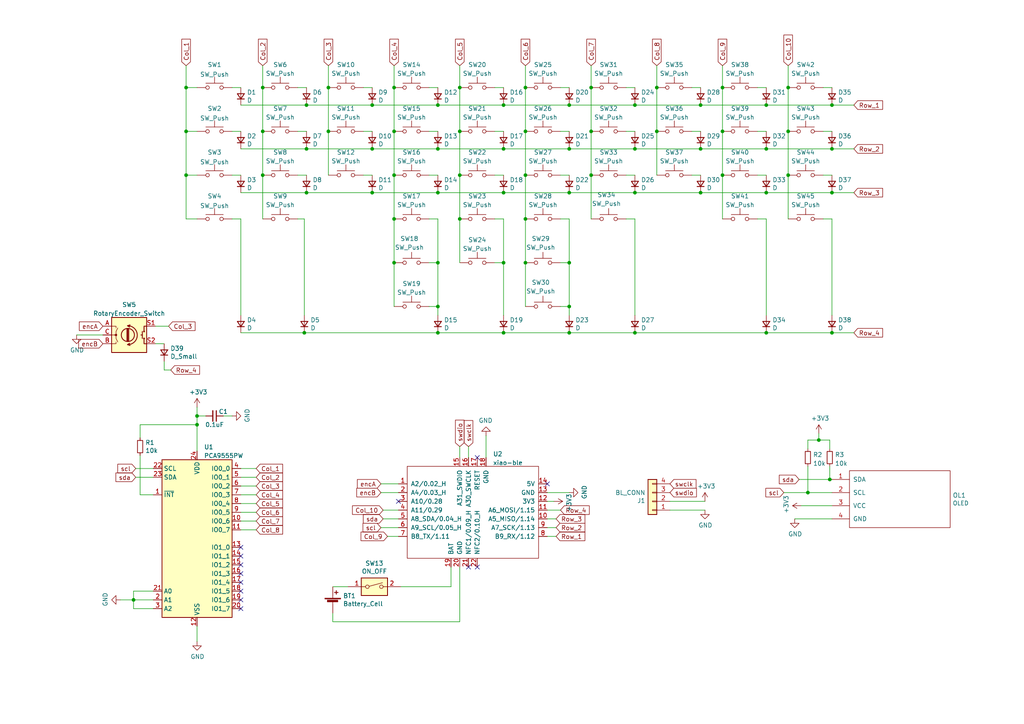
<source format=kicad_sch>
(kicad_sch (version 20211123) (generator eeschema)
  (paper "A4")
  (lib_symbols
    (symbol "Connector_Generic:Conn_01x04" (pin_names (offset 1.016) hide)
      (property "Reference" "J" (at 0 5.08 0))
      (property "Value" "Conn_01x04" (at 0 -7.62 0))
      (symbol "Conn_01x04_1_1"
        (pin passive line (at -5.08 2.54 0) (length 3.81) (name "Pin_1") (number "1"))
        (pin passive line (at -5.08 0 0) (length 3.81) (name "Pin_2") (number "2"))
        (pin passive line (at -5.08 -2.54 0) (length 3.81) (name "Pin_3") (number "3"))
        (pin passive line (at -5.08 -5.08 0) (length 3.81) (name "Pin_4") (number "4"))
      )
    )
    (symbol "Device:Battery_Cell" (pin_numbers hide) (pin_names (offset 0) hide)
      (property "Reference" "BT" (at 2.54 2.54 0))
      (property "Value" "Battery_Cell" (at 2.54 0 0))
      (symbol "Battery_Cell_1_1"
        (pin passive line (at 0 5.08 270) (length 2.54) (name "+") (number "1"))
        (pin passive line (at 0 -2.54 90) (length 2.54) (name "-") (number "2"))
      )
    )
    (symbol "Device:C_Small" (pin_numbers hide) (pin_names (offset 0.254) hide)
      (property "Reference" "C" (at 0.254 1.778 0))
      (property "Value" "C_Small" (at 0.254 -2.032 0))
      (symbol "C_Small_1_1"
        (pin passive line (at 0 2.54 270) (length 2.032) (name "~") (number "1"))
        (pin passive line (at 0 -2.54 90) (length 2.032) (name "~") (number "2"))
      )
    )
    (symbol "Device:D_Small" (pin_numbers hide) (pin_names (offset 0.254) hide)
      (property "Reference" "D" (at -1.27 2.032 0))
      (property "Value" "D_Small" (at -3.81 -2.032 0))
      (symbol "D_Small_1_1"
        (pin passive line (at -2.54 0 0) (length 1.778) (name "K") (number "1"))
        (pin passive line (at 2.54 0 180) (length 1.778) (name "A") (number "2"))
      )
    )
    (symbol "Device:R_Small" (pin_numbers hide) (pin_names (offset 0.254) hide)
      (property "Reference" "R" (at 0.762 0.508 0))
      (property "Value" "R_Small" (at 0.762 -1.016 0))
      (symbol "R_Small_1_1"
        (pin passive line (at 0 2.54 270) (length 0.762) (name "~") (number "1"))
        (pin passive line (at 0 -2.54 90) (length 0.762) (name "~") (number "2"))
      )
    )
    (symbol "Device:RotaryEncoder_Switch" (pin_names (offset 0.254) hide)
      (property "Reference" "SW" (at 0 6.604 0))
      (property "Value" "RotaryEncoder_Switch" (at 0 -6.604 0))
      (symbol "RotaryEncoder_Switch_1_1"
        (pin passive line (at -7.62 2.54 0) (length 2.54) (name "A") (number "A"))
        (pin passive line (at -7.62 -2.54 0) (length 2.54) (name "B") (number "B"))
        (pin passive line (at -7.62 0 0) (length 2.54) (name "C") (number "C"))
        (pin passive line (at 7.62 2.54 180) (length 2.54) (name "S1") (number "S1"))
        (pin passive line (at 7.62 -2.54 180) (length 2.54) (name "S2") (number "S2"))
      )
    )
    (symbol "Interface_Expansion:PCA9555PW"
      (property "Reference" "U" (at -8.89 24.13 0))
      (property "Value" "PCA9555PW" (at 6.35 24.13 0))
      (symbol "PCA9555PW_1_1"
        (pin open_collector line (at -12.7 12.7 0) (length 2.54) (name "~{INT}") (number "1"))
        (pin bidirectional line (at 12.7 5.08 180) (length 2.54) (name "IO0_6") (number "10"))
        (pin bidirectional line (at 12.7 2.54 180) (length 2.54) (name "IO0_7") (number "11"))
        (pin power_in line (at 0 -25.4 90) (length 2.54) (name "VSS") (number "12"))
        (pin bidirectional line (at 12.7 -2.54 180) (length 2.54) (name "IO1_0") (number "13"))
        (pin bidirectional line (at 12.7 -5.08 180) (length 2.54) (name "IO1_1") (number "14"))
        (pin bidirectional line (at 12.7 -7.62 180) (length 2.54) (name "IO1_2") (number "15"))
        (pin bidirectional line (at 12.7 -10.16 180) (length 2.54) (name "IO1_3") (number "16"))
        (pin bidirectional line (at 12.7 -12.7 180) (length 2.54) (name "IO1_4") (number "17"))
        (pin bidirectional line (at 12.7 -15.24 180) (length 2.54) (name "IO1_5") (number "18"))
        (pin bidirectional line (at 12.7 -17.78 180) (length 2.54) (name "IO1_6") (number "19"))
        (pin input line (at -12.7 -17.78 0) (length 2.54) (name "A1") (number "2"))
        (pin bidirectional line (at 12.7 -20.32 180) (length 2.54) (name "IO1_7") (number "20"))
        (pin input line (at -12.7 -15.24 0) (length 2.54) (name "A0") (number "21"))
        (pin input line (at -12.7 20.32 0) (length 2.54) (name "SCL") (number "22"))
        (pin bidirectional line (at -12.7 17.78 0) (length 2.54) (name "SDA") (number "23"))
        (pin power_in line (at 0 25.4 270) (length 2.54) (name "VDD") (number "24"))
        (pin input line (at -12.7 -20.32 0) (length 2.54) (name "A2") (number "3"))
        (pin bidirectional line (at 12.7 20.32 180) (length 2.54) (name "IO0_0") (number "4"))
        (pin bidirectional line (at 12.7 17.78 180) (length 2.54) (name "IO0_1") (number "5"))
        (pin bidirectional line (at 12.7 15.24 180) (length 2.54) (name "IO0_2") (number "6"))
        (pin bidirectional line (at 12.7 12.7 180) (length 2.54) (name "IO0_3") (number "7"))
        (pin bidirectional line (at 12.7 10.16 180) (length 2.54) (name "IO0_4") (number "8"))
        (pin bidirectional line (at 12.7 7.62 180) (length 2.54) (name "IO0_5") (number "9"))
      )
    )
    (symbol "Switch:SW_DIP_x01" (pin_names (offset 0) hide)
      (property "Reference" "SW" (at 0 3.81 0))
      (property "Value" "SW_DIP_x01" (at 0 -3.81 0))
      (symbol "SW_DIP_x01_1_1"
        (pin passive line (at -7.62 0 0) (length 5.08) (name "~") (number "1"))
        (pin passive line (at 7.62 0 180) (length 5.08) (name "~") (number "2"))
      )
    )
    (symbol "Switch:SW_Push" (pin_numbers hide) (pin_names (offset 1.016) hide)
      (property "Reference" "SW" (at 1.27 2.54 0))
      (property "Value" "SW_Push" (at 0 -1.524 0))
      (symbol "SW_Push_0_1"
        (pin passive line (at -5.08 0 0) (length 2.54) (name "1") (number "1"))
        (pin passive line (at 5.08 0 180) (length 2.54) (name "2") (number "2"))
      )
    )
    (symbol "le_chiff_ble-rescue:OLED-kbd" (pin_names (offset 1.016))
      (property "Reference" "OL" (at 0 2.54 0))
      (property "Value" "OLED-kbd" (at 0 -1.27 0))
      (symbol "OLED-kbd_1_1"
        (pin bidirectional line (at -19.05 6.35 0) (length 5.08) (name "SDA") (number "1"))
        (pin bidirectional line (at -19.05 2.54 0) (length 5.08) (name "SCL") (number "2"))
        (pin power_in line (at -19.05 -1.27 0) (length 5.08) (name "VCC") (number "3"))
        (pin power_in line (at -19.05 -5.08 0) (length 5.08) (name "GND") (number "4"))
      )
    )
    (symbol "mcu:xiao-ble" (pin_names (offset 1.016))
      (property "Reference" "U" (at -17.78 16.51 0))
      (property "Value" "xiao-ble" (at -15.24 13.97 0))
      (symbol "xiao-ble_1_1"
        (pin bidirectional line (at -21.59 7.62 0) (length 2.54) (name "A2/0.02_H") (number "1"))
        (pin bidirectional line (at 21.59 -2.54 180) (length 2.54) (name "A5_MISO/1.14") (number "10"))
        (pin bidirectional line (at 21.59 0 180) (length 2.54) (name "A6_MOSI/1.15") (number "11"))
        (pin power_out line (at 21.59 2.54 180) (length 2.54) (name "3V3") (number "12"))
        (pin power_out line (at 21.59 5.08 180) (length 2.54) (name "GND") (number "13"))
        (pin power_out line (at 21.59 7.62 180) (length 2.54) (name "5V") (number "14"))
        (pin input line (at -3.81 15.24 270) (length 2.54) (name "A31_SWDIO") (number "15"))
        (pin input line (at -1.27 15.24 270) (length 2.54) (name "A30_SWCLK") (number "16"))
        (pin input line (at 1.27 15.24 270) (length 2.54) (name "RESET") (number "17"))
        (pin power_out line (at 3.81 15.24 270) (length 2.54) (name "GND") (number "18"))
        (pin bidirectional line (at -6.35 -16.51 90) (length 2.54) (name "BAT") (number "19"))
        (pin bidirectional line (at -21.59 5.08 0) (length 2.54) (name "A4/0.03_H") (number "2"))
        (pin power_out line (at -3.81 -16.51 90) (length 2.54) (name "GND") (number "20"))
        (pin bidirectional line (at -1.27 -16.51 90) (length 2.54) (name "NFC1/0.09_H") (number "21"))
        (pin bidirectional line (at 1.27 -16.51 90) (length 2.54) (name "NFC2/0.10_H") (number "22"))
        (pin bidirectional line (at -21.59 2.54 0) (length 2.54) (name "A10/0.28") (number "3"))
        (pin bidirectional line (at -21.59 0 0) (length 2.54) (name "A11/0.29") (number "4"))
        (pin bidirectional line (at -21.59 -2.54 0) (length 2.54) (name "A8_SDA/0.04_H") (number "5"))
        (pin bidirectional line (at -21.59 -5.08 0) (length 2.54) (name "A9_SCL/0.05_H") (number "6"))
        (pin bidirectional line (at -21.59 -7.62 0) (length 2.54) (name "B8_TX/1.11") (number "7"))
        (pin bidirectional line (at 21.59 -7.62 180) (length 2.54) (name "B9_RX/1.12") (number "8"))
        (pin bidirectional line (at 21.59 -5.08 180) (length 2.54) (name "A7_SCK/1.13") (number "9"))
      )
    )
    (symbol "power:+3V3" (power) (pin_names (offset 0))
      (property "Value" "+3V3" (at 0 3.556 0))
      (symbol "+3V3_1_1"
        (pin power_in line (at 0 0 90) (length 0) hide (name "+3V3") (number "1"))
      )
    )
    (symbol "power:GND" (power) (pin_names (offset 0))
      (property "Value" "GND" (at 0 -3.81 0))
      (symbol "GND_1_1"
        (pin power_in line (at 0 0 270) (length 0) hide (name "GND") (number "1"))
      )
    )
  )
  (junction (at 127 96.52))
  (junction (at 234.315 142.875))
  (junction (at 127 30.48))
  (junction (at 171.45 50.8))
  (junction (at 146.05 76.2))
  (junction (at 184.15 96.52))
  (junction (at 76.2 50.8))
  (junction (at 171.45 25.4))
  (junction (at 114.3 50.8))
  (junction (at 88.265 96.52))
  (junction (at 38.735 173.99))
  (junction (at 152.4 38.1))
  (junction (at 133.35 63.5))
  (junction (at 146.05 43.18))
  (junction (at 152.4 63.5))
  (junction (at 222.25 55.88))
  (junction (at 203.2 30.48))
  (junction (at 127 43.18))
  (junction (at 146.05 96.52))
  (junction (at 165.1 30.48))
  (junction (at 171.45 38.1))
  (junction (at 165.1 96.52))
  (junction (at 152.4 76.2))
  (junction (at 241.3 43.18))
  (junction (at 241.3 96.52))
  (junction (at 133.35 50.8))
  (junction (at 222.25 96.52))
  (junction (at 209.55 50.8))
  (junction (at 165.1 43.18))
  (junction (at 114.3 38.1))
  (junction (at 88.9 55.88))
  (junction (at 165.1 55.88))
  (junction (at 133.35 25.4))
  (junction (at 88.9 30.48))
  (junction (at 76.2 25.4))
  (junction (at 240.665 139.065))
  (junction (at 203.2 55.88))
  (junction (at 127 55.88))
  (junction (at 127 88.9))
  (junction (at 152.4 50.8))
  (junction (at 76.2 38.1))
  (junction (at 209.55 25.4))
  (junction (at 241.3 30.48))
  (junction (at 57.15 123.19))
  (junction (at 107.95 30.48))
  (junction (at 107.95 43.18))
  (junction (at 184.15 55.88))
  (junction (at 241.3 55.88))
  (junction (at 228.6 38.1))
  (junction (at 53.975 50.8))
  (junction (at 133.35 38.1))
  (junction (at 190.5 25.4))
  (junction (at 228.6 50.8))
  (junction (at 57.15 120.65))
  (junction (at 88.9 43.18))
  (junction (at 165.1 88.9))
  (junction (at 127 76.2))
  (junction (at 107.95 55.88))
  (junction (at 146.05 30.48))
  (junction (at 203.2 43.18))
  (junction (at 209.55 38.1))
  (junction (at 95.25 38.1))
  (junction (at 114.3 25.4))
  (junction (at 114.3 76.2))
  (junction (at 190.5 38.1))
  (junction (at 222.25 30.48))
  (junction (at 146.05 55.88))
  (junction (at 152.4 25.4))
  (junction (at 165.1 76.2))
  (junction (at 95.25 25.4))
  (junction (at 237.49 127.635))
  (junction (at 53.975 25.4))
  (junction (at 184.15 30.48))
  (junction (at 222.25 43.18))
  (junction (at 228.6 25.4))
  (junction (at 53.975 38.1))
  (junction (at 184.15 43.18))
  (junction (at 114.3 63.5))
  (no_connect (at 158.75 140.335))
  (no_connect (at 69.85 158.75))
  (no_connect (at 69.85 161.29))
  (no_connect (at 69.85 176.53))
  (no_connect (at 69.85 163.83))
  (no_connect (at 69.85 166.37))
  (no_connect (at 69.85 168.91))
  (no_connect (at 69.85 173.99))
  (no_connect (at 69.85 171.45))
  (no_connect (at 138.43 132.715))
  (no_connect (at 135.89 164.465))
  (no_connect (at 138.43 164.465))
  (no_connect (at 115.57 145.415))
  (wire (pts (xy 240.665 139.065) (xy 241.3 139.065)))
  (wire (pts (xy 240.665 135.255) (xy 240.665 139.065)))
  (wire (pts (xy 194.31 145.415) (xy 204.47 145.415)))
  (wire (pts (xy 45.085 94.615) (xy 48.895 94.615)))
  (wire (pts (xy 238.76 50.8) (xy 241.3 50.8)))
  (wire (pts (xy 34.925 173.99) (xy 38.735 173.99)))
  (wire (pts (xy 162.56 147.955) (xy 158.75 147.955)))
  (wire (pts (xy 76.2 25.4) (xy 76.2 38.1)))
  (wire (pts (xy 53.975 50.8) (xy 53.975 63.5)))
  (wire (pts (xy 74.295 151.13) (xy 69.85 151.13)))
  (wire (pts (xy 162.56 63.5) (xy 165.1 63.5)))
  (wire (pts (xy 133.35 25.4) (xy 133.35 38.1)))
  (wire (pts (xy 238.76 38.1) (xy 241.3 38.1)))
  (wire (pts (xy 181.61 63.5) (xy 184.15 63.5)))
  (wire (pts (xy 67.31 25.4) (xy 69.85 25.4)))
  (wire (pts (xy 194.31 147.955) (xy 204.47 147.955)))
  (wire (pts (xy 76.2 50.8) (xy 76.2 63.5)))
  (wire (pts (xy 184.15 96.52) (xy 222.25 96.52)))
  (wire (pts (xy 200.66 50.8) (xy 203.2 50.8)))
  (wire (pts (xy 95.25 25.4) (xy 95.25 38.1)))
  (wire (pts (xy 114.3 38.1) (xy 114.3 50.8)))
  (wire (pts (xy 240.665 127.635) (xy 240.665 130.175)))
  (wire (pts (xy 234.315 135.255) (xy 234.315 142.875)))
  (wire (pts (xy 53.975 38.1) (xy 57.15 38.1)))
  (wire (pts (xy 69.85 96.52) (xy 88.265 96.52)))
  (wire (pts (xy 228.6 25.4) (xy 228.6 38.1)))
  (wire (pts (xy 44.45 143.51) (xy 40.64 143.51)))
  (wire (pts (xy 107.95 30.48) (xy 127 30.48)))
  (wire (pts (xy 140.97 126.365) (xy 140.97 132.715)))
  (wire (pts (xy 22.225 97.155) (xy 29.845 97.155)))
  (wire (pts (xy 116.205 170.18) (xy 130.81 170.18)))
  (wire (pts (xy 74.295 148.59) (xy 69.85 148.59)))
  (wire (pts (xy 67.31 63.5) (xy 69.85 63.5)))
  (wire (pts (xy 165.1 43.18) (xy 184.15 43.18)))
  (wire (pts (xy 76.2 19.05) (xy 76.2 25.4)))
  (wire (pts (xy 190.5 25.4) (xy 190.5 38.1)))
  (wire (pts (xy 181.61 50.8) (xy 184.15 50.8)))
  (wire (pts (xy 53.975 25.4) (xy 57.15 25.4)))
  (wire (pts (xy 86.36 63.5) (xy 88.265 63.5)))
  (wire (pts (xy 152.4 63.5) (xy 152.4 76.2)))
  (wire (pts (xy 57.15 120.65) (xy 57.15 123.19)))
  (wire (pts (xy 88.9 30.48) (xy 107.95 30.48)))
  (wire (pts (xy 133.35 50.8) (xy 133.985 50.8)))
  (wire (pts (xy 219.71 25.4) (xy 222.25 25.4)))
  (wire (pts (xy 57.15 123.19) (xy 57.15 130.81)))
  (wire (pts (xy 124.46 38.1) (xy 127 38.1)))
  (wire (pts (xy 146.05 76.2) (xy 146.05 91.44)))
  (wire (pts (xy 146.05 96.52) (xy 165.1 96.52)))
  (wire (pts (xy 67.31 38.1) (xy 69.85 38.1)))
  (wire (pts (xy 184.15 55.88) (xy 203.2 55.88)))
  (wire (pts (xy 38.735 176.53) (xy 44.45 176.53)))
  (wire (pts (xy 124.46 25.4) (xy 127 25.4)))
  (wire (pts (xy 171.45 50.8) (xy 171.45 63.5)))
  (wire (pts (xy 222.25 63.5) (xy 222.25 91.44)))
  (wire (pts (xy 161.29 153.035) (xy 158.75 153.035)))
  (wire (pts (xy 209.55 50.8) (xy 209.55 63.5)))
  (wire (pts (xy 69.85 63.5) (xy 69.85 91.44)))
  (wire (pts (xy 74.295 135.89) (xy 69.85 135.89)))
  (wire (pts (xy 107.95 55.88) (xy 127 55.88)))
  (wire (pts (xy 107.95 43.18) (xy 127 43.18)))
  (wire (pts (xy 105.41 38.1) (xy 107.95 38.1)))
  (wire (pts (xy 171.45 38.1) (xy 171.45 50.8)))
  (wire (pts (xy 38.735 171.45) (xy 38.735 173.99)))
  (wire (pts (xy 232.41 146.685) (xy 241.3 146.685)))
  (wire (pts (xy 190.5 38.1) (xy 190.5 50.8)))
  (wire (pts (xy 209.55 19.05) (xy 209.55 25.4)))
  (wire (pts (xy 234.315 142.875) (xy 241.3 142.875)))
  (wire (pts (xy 146.05 55.88) (xy 165.1 55.88)))
  (wire (pts (xy 133.35 129.54) (xy 133.35 132.715)))
  (wire (pts (xy 190.5 19.05) (xy 190.5 25.4)))
  (wire (pts (xy 143.51 63.5) (xy 146.05 63.5)))
  (wire (pts (xy 95.25 38.1) (xy 95.25 50.8)))
  (wire (pts (xy 241.3 63.5) (xy 241.3 91.44)))
  (wire (pts (xy 152.4 76.2) (xy 152.4 88.9)))
  (wire (pts (xy 127 88.9) (xy 127 91.44)))
  (wire (pts (xy 184.15 43.18) (xy 203.2 43.18)))
  (wire (pts (xy 237.49 125.73) (xy 237.49 127.635)))
  (wire (pts (xy 114.3 76.2) (xy 114.3 88.9)))
  (wire (pts (xy 127 30.48) (xy 146.05 30.48)))
  (wire (pts (xy 227.33 142.875) (xy 234.315 142.875)))
  (wire (pts (xy 200.66 25.4) (xy 203.2 25.4)))
  (wire (pts (xy 209.55 25.4) (xy 209.55 38.1)))
  (wire (pts (xy 162.56 25.4) (xy 165.1 25.4)))
  (wire (pts (xy 44.45 173.99) (xy 38.735 173.99)))
  (wire (pts (xy 181.61 38.1) (xy 184.15 38.1)))
  (wire (pts (xy 241.3 96.52) (xy 247.65 96.52)))
  (wire (pts (xy 111.125 150.495) (xy 115.57 150.495)))
  (wire (pts (xy 38.735 173.99) (xy 38.735 176.53)))
  (wire (pts (xy 76.2 38.1) (xy 76.2 50.8)))
  (wire (pts (xy 146.05 43.18) (xy 165.1 43.18)))
  (wire (pts (xy 124.46 50.8) (xy 127 50.8)))
  (wire (pts (xy 53.975 38.1) (xy 53.975 50.8)))
  (wire (pts (xy 110.49 142.875) (xy 115.57 142.875)))
  (wire (pts (xy 133.35 19.05) (xy 133.35 25.4)))
  (wire (pts (xy 234.315 127.635) (xy 234.315 130.175)))
  (wire (pts (xy 181.61 25.4) (xy 184.15 25.4)))
  (wire (pts (xy 222.25 96.52) (xy 241.3 96.52)))
  (wire (pts (xy 69.85 55.88) (xy 88.9 55.88)))
  (wire (pts (xy 86.36 50.8) (xy 88.9 50.8)))
  (wire (pts (xy 111.125 147.955) (xy 115.57 147.955)))
  (wire (pts (xy 161.29 155.575) (xy 158.75 155.575)))
  (wire (pts (xy 74.295 143.51) (xy 69.85 143.51)))
  (wire (pts (xy 96.52 180.34) (xy 96.52 177.8)))
  (wire (pts (xy 152.4 50.8) (xy 152.4 63.5)))
  (wire (pts (xy 152.4 19.05) (xy 152.4 25.4)))
  (wire (pts (xy 114.3 50.8) (xy 114.3 63.5)))
  (wire (pts (xy 69.85 43.18) (xy 88.9 43.18)))
  (wire (pts (xy 114.3 25.4) (xy 114.3 38.1)))
  (wire (pts (xy 203.2 55.88) (xy 222.25 55.88)))
  (wire (pts (xy 110.49 153.035) (xy 115.57 153.035)))
  (wire (pts (xy 57.15 118.11) (xy 57.15 120.65)))
  (wire (pts (xy 133.35 63.5) (xy 133.35 76.2)))
  (wire (pts (xy 133.35 50.8) (xy 133.35 63.5)))
  (wire (pts (xy 127 63.5) (xy 127 76.2)))
  (wire (pts (xy 203.2 43.18) (xy 222.25 43.18)))
  (wire (pts (xy 241.3 30.48) (xy 247.65 30.48)))
  (wire (pts (xy 64.77 120.65) (xy 67.31 120.65)))
  (wire (pts (xy 222.25 30.48) (xy 241.3 30.48)))
  (wire (pts (xy 133.35 180.34) (xy 96.52 180.34)))
  (wire (pts (xy 165.1 96.52) (xy 184.15 96.52)))
  (wire (pts (xy 165.1 142.875) (xy 158.75 142.875)))
  (wire (pts (xy 219.71 38.1) (xy 222.25 38.1)))
  (wire (pts (xy 74.295 146.05) (xy 69.85 146.05)))
  (wire (pts (xy 124.46 76.2) (xy 127 76.2)))
  (wire (pts (xy 47.625 104.775) (xy 47.625 107.315)))
  (wire (pts (xy 209.55 38.1) (xy 209.55 50.8)))
  (wire (pts (xy 165.1 55.88) (xy 184.15 55.88)))
  (wire (pts (xy 238.76 63.5) (xy 241.3 63.5)))
  (wire (pts (xy 133.35 38.1) (xy 133.35 50.8)))
  (wire (pts (xy 88.265 96.52) (xy 127 96.52)))
  (wire (pts (xy 88.9 43.18) (xy 107.95 43.18)))
  (wire (pts (xy 127 43.18) (xy 146.05 43.18)))
  (wire (pts (xy 45.085 99.695) (xy 47.625 99.695)))
  (wire (pts (xy 53.975 25.4) (xy 53.975 38.1)))
  (wire (pts (xy 67.31 50.8) (xy 69.85 50.8)))
  (wire (pts (xy 74.295 138.43) (xy 69.85 138.43)))
  (wire (pts (xy 228.6 50.8) (xy 228.6 63.5)))
  (wire (pts (xy 127 96.52) (xy 146.05 96.52)))
  (wire (pts (xy 105.41 50.8) (xy 107.95 50.8)))
  (wire (pts (xy 86.36 25.4) (xy 88.9 25.4)))
  (wire (pts (xy 110.49 140.335) (xy 115.57 140.335)))
  (wire (pts (xy 69.85 30.48) (xy 88.9 30.48)))
  (wire (pts (xy 222.25 43.18) (xy 241.3 43.18)))
  (wire (pts (xy 230.505 150.495) (xy 241.3 150.495)))
  (wire (pts (xy 88.9 55.88) (xy 107.95 55.88)))
  (wire (pts (xy 114.3 63.5) (xy 114.3 76.2)))
  (wire (pts (xy 53.975 63.5) (xy 57.15 63.5)))
  (wire (pts (xy 146.05 30.48) (xy 165.1 30.48)))
  (wire (pts (xy 74.295 153.67) (xy 69.85 153.67)))
  (wire (pts (xy 47.625 107.315) (xy 49.53 107.315)))
  (wire (pts (xy 231.775 139.065) (xy 240.665 139.065)))
  (wire (pts (xy 130.81 170.18) (xy 130.81 164.465)))
  (wire (pts (xy 124.46 88.9) (xy 127 88.9)))
  (wire (pts (xy 152.4 25.4) (xy 152.4 38.1)))
  (wire (pts (xy 160.655 145.415) (xy 158.75 145.415)))
  (wire (pts (xy 88.265 63.5) (xy 88.265 91.44)))
  (wire (pts (xy 162.56 50.8) (xy 165.1 50.8)))
  (wire (pts (xy 112.395 155.575) (xy 115.57 155.575)))
  (wire (pts (xy 59.69 120.65) (xy 57.15 120.65)))
  (wire (pts (xy 86.36 38.1) (xy 88.9 38.1)))
  (wire (pts (xy 219.71 50.8) (xy 222.25 50.8)))
  (wire (pts (xy 228.6 38.1) (xy 228.6 50.8)))
  (wire (pts (xy 237.49 127.635) (xy 234.315 127.635)))
  (wire (pts (xy 222.25 63.5) (xy 219.71 63.5)))
  (wire (pts (xy 171.45 25.4) (xy 171.45 38.1)))
  (wire (pts (xy 203.2 30.48) (xy 222.25 30.48)))
  (wire (pts (xy 143.51 76.2) (xy 146.05 76.2)))
  (wire (pts (xy 241.3 43.18) (xy 247.65 43.18)))
  (wire (pts (xy 165.1 88.9) (xy 165.1 91.44)))
  (wire (pts (xy 162.56 76.2) (xy 165.1 76.2)))
  (wire (pts (xy 124.46 63.5) (xy 127 63.5)))
  (wire (pts (xy 162.56 88.9) (xy 165.1 88.9)))
  (wire (pts (xy 237.49 127.635) (xy 240.665 127.635)))
  (wire (pts (xy 57.15 186.055) (xy 57.15 181.61)))
  (wire (pts (xy 135.89 129.54) (xy 135.89 132.715)))
  (wire (pts (xy 39.37 138.43) (xy 44.45 138.43)))
  (wire (pts (xy 39.37 135.89) (xy 44.45 135.89)))
  (wire (pts (xy 95.25 19.05) (xy 95.25 25.4)))
  (wire (pts (xy 184.15 30.48) (xy 203.2 30.48)))
  (wire (pts (xy 40.64 123.19) (xy 40.64 127)))
  (wire (pts (xy 53.975 19.05) (xy 53.975 25.4)))
  (wire (pts (xy 165.1 76.2) (xy 165.1 88.9)))
  (wire (pts (xy 165.1 30.48) (xy 184.15 30.48)))
  (wire (pts (xy 146.05 63.5) (xy 146.05 76.2)))
  (wire (pts (xy 222.25 55.88) (xy 241.3 55.88)))
  (wire (pts (xy 238.76 25.4) (xy 241.3 25.4)))
  (wire (pts (xy 162.56 38.1) (xy 165.1 38.1)))
  (wire (pts (xy 143.51 38.1) (xy 146.05 38.1)))
  (wire (pts (xy 165.1 63.5) (xy 165.1 76.2)))
  (wire (pts (xy 171.45 19.05) (xy 171.45 25.4)))
  (wire (pts (xy 44.45 171.45) (xy 38.735 171.45)))
  (wire (pts (xy 161.29 150.495) (xy 158.75 150.495)))
  (wire (pts (xy 114.3 19.05) (xy 114.3 25.4)))
  (wire (pts (xy 127 76.2) (xy 127 88.9)))
  (wire (pts (xy 127 55.88) (xy 146.05 55.88)))
  (wire (pts (xy 74.295 140.97) (xy 69.85 140.97)))
  (wire (pts (xy 228.6 19.05) (xy 228.6 25.4)))
  (wire (pts (xy 40.64 123.19) (xy 57.15 123.19)))
  (wire (pts (xy 152.4 38.1) (xy 152.4 50.8)))
  (wire (pts (xy 53.975 50.8) (xy 57.15 50.8)))
  (wire (pts (xy 184.15 63.5) (xy 184.15 91.44)))
  (wire (pts (xy 200.66 38.1) (xy 203.2 38.1)))
  (wire (pts (xy 241.3 55.88) (xy 247.65 55.88)))
  (wire (pts (xy 143.51 50.8) (xy 146.05 50.8)))
  (wire (pts (xy 40.64 143.51) (xy 40.64 132.08)))
  (wire (pts (xy 96.52 170.18) (xy 100.965 170.18)))
  (wire (pts (xy 143.51 25.4) (xy 146.05 25.4)))
  (wire (pts (xy 105.41 25.4) (xy 107.95 25.4)))
  (wire (pts (xy 133.35 164.465) (xy 133.35 180.34)))
  (global_label "Col_9" (shape input) (at 112.395 155.575 180) (property "Intersheet References" "${INTERSHEET_REFS}" (effects hide)))
  (global_label "Row_2" (shape input) (at 161.29 153.035 0) (property "Intersheet References" "${INTERSHEET_REFS}" (effects hide)))
  (global_label "Col_8" (shape input) (at 74.295 153.67 0) (property "Intersheet References" "${INTERSHEET_REFS}" (effects hide)))
  (global_label "Col_3" (shape input) (at 95.25 19.05 90) (property "Intersheet References" "${INTERSHEET_REFS}" (effects hide)))
  (global_label "Col_8" (shape input) (at 190.5 19.05 90) (property "Intersheet References" "${INTERSHEET_REFS}" (effects hide)))
  (global_label "Row_4" (shape input) (at 162.56 147.955 0) (property "Intersheet References" "${INTERSHEET_REFS}" (effects hide)))
  (global_label "Col_3" (shape input) (at 74.295 140.97 0) (property "Intersheet References" "${INTERSHEET_REFS}" (effects hide)))
  (global_label "Col_4" (shape input) (at 74.295 143.51 0) (property "Intersheet References" "${INTERSHEET_REFS}" (effects hide)))
  (global_label "encB" (shape input) (at 110.49 142.875 180) (property "Intersheetrefs" "${INTERSHEET_REFS}" (effects hide)))
  (global_label "Row_1" (shape input) (at 247.65 30.48 0) (property "Intersheet References" "${INTERSHEET_REFS}" (effects hide)))
  (global_label "swclk" (shape input) (at 194.31 140.335 0) (property "Intersheetrefs" "${INTERSHEET_REFS}" (effects hide)))
  (global_label "Col_1" (shape input) (at 53.975 19.05 90) (property "Intersheet References" "${INTERSHEET_REFS}" (effects hide)))
  (global_label "Row_4" (shape input) (at 49.53 107.315 0) (property "Intersheet References" "${INTERSHEET_REFS}" (effects hide)))
  (global_label "scl" (shape input) (at 227.33 142.875 180) (property "Intersheetrefs" "${INTERSHEET_REFS}" (effects hide)))
  (global_label "Col_2" (shape input) (at 74.295 138.43 0) (property "Intersheet References" "${INTERSHEET_REFS}" (effects hide)))
  (global_label "encB" (shape input) (at 29.845 99.695 180) (property "Intersheetrefs" "${INTERSHEET_REFS}" (effects hide)))
  (global_label "Row_2" (shape input) (at 247.65 43.18 0) (property "Intersheet References" "${INTERSHEET_REFS}" (effects hide)))
  (global_label "Col_1" (shape input) (at 74.295 135.89 0) (property "Intersheet References" "${INTERSHEET_REFS}" (effects hide)))
  (global_label "swclk" (shape input) (at 135.89 129.54 90) (property "Intersheetrefs" "${INTERSHEET_REFS}" (effects hide)))
  (global_label "Row_4" (shape input) (at 247.65 96.52 0) (property "Intersheet References" "${INTERSHEET_REFS}" (effects hide)))
  (global_label "Col_6" (shape input) (at 74.295 148.59 0) (property "Intersheet References" "${INTERSHEET_REFS}" (effects hide)))
  (global_label "Col_6" (shape input) (at 152.4 19.05 90) (property "Intersheet References" "${INTERSHEET_REFS}" (effects hide)))
  (global_label "Col_10" (shape input) (at 228.6 19.05 90) (property "Intersheet References" "${INTERSHEET_REFS}" (effects hide)))
  (global_label "Col_4" (shape input) (at 114.3 19.05 90) (property "Intersheet References" "${INTERSHEET_REFS}" (effects hide)))
  (global_label "encA" (shape input) (at 29.845 94.615 180) (property "Intersheetrefs" "${INTERSHEET_REFS}" (effects hide)))
  (global_label "Row_3" (shape input) (at 161.29 150.495 0) (property "Intersheet References" "${INTERSHEET_REFS}" (effects hide)))
  (global_label "Row_3" (shape input) (at 247.65 55.88 0) (property "Intersheet References" "${INTERSHEET_REFS}" (effects hide)))
  (global_label "Col_5" (shape input) (at 74.295 146.05 0) (property "Intersheet References" "${INTERSHEET_REFS}" (effects hide)))
  (global_label "scl" (shape input) (at 39.37 135.89 180) (property "Intersheetrefs" "${INTERSHEET_REFS}" (effects hide)))
  (global_label "swdio" (shape input) (at 194.31 142.875 0) (property "Intersheetrefs" "${INTERSHEET_REFS}" (effects hide)))
  (global_label "encA" (shape input) (at 110.49 140.335 180) (property "Intersheetrefs" "${INTERSHEET_REFS}" (effects hide)))
  (global_label "sda" (shape input) (at 231.775 139.065 180) (property "Intersheetrefs" "${INTERSHEET_REFS}" (effects hide)))
  (global_label "Col_7" (shape input) (at 171.45 19.05 90) (property "Intersheet References" "${INTERSHEET_REFS}" (effects hide)))
  (global_label "Col_7" (shape input) (at 74.295 151.13 0) (property "Intersheet References" "${INTERSHEET_REFS}" (effects hide)))
  (global_label "Row_1" (shape input) (at 161.29 155.575 0) (property "Intersheet References" "${INTERSHEET_REFS}" (effects hide)))
  (global_label "scl" (shape input) (at 110.49 153.035 180) (property "Intersheetrefs" "${INTERSHEET_REFS}" (effects hide)))
  (global_label "Col_9" (shape input) (at 209.55 19.05 90) (property "Intersheet References" "${INTERSHEET_REFS}" (effects hide)))
  (global_label "Col_3" (shape input) (at 48.895 94.615 0) (property "Intersheet References" "${INTERSHEET_REFS}" (effects hide)))
  (global_label "Col_5" (shape input) (at 133.35 19.05 90) (property "Intersheet References" "${INTERSHEET_REFS}" (effects hide)))
  (global_label "sda" (shape input) (at 39.37 138.43 180) (property "Intersheetrefs" "${INTERSHEET_REFS}" (effects hide)))
  (global_label "Col_2" (shape input) (at 76.2 19.05 90) (property "Intersheet References" "${INTERSHEET_REFS}" (effects hide)))
  (global_label "swdio" (shape input) (at 133.35 129.54 90) (property "Intersheetrefs" "${INTERSHEET_REFS}" (effects hide)))
  (global_label "sda" (shape input) (at 111.125 150.495 180) (property "Intersheetrefs" "${INTERSHEET_REFS}" (effects hide)))
  (global_label "Col_10" (shape input) (at 111.125 147.955 180) (property "Intersheet References" "${INTERSHEET_REFS}" (effects hide)))
  (symbol (lib_id "Device:D_Small") (at 107.95 40.64 90) (unit 1)
    (property "Reference" "D10" (at 109.728 39.4716 90) (effects (justify right)))
    (property "Value" "D" (at 109.728 41.783 90) (effects (justify right)))
    (property "Footprint" "weteor:D_SOD-123" (effects hide))
  )
  (symbol (lib_id "Switch:SW_Push") (at 81.28 25.4 0) (unit 1)
    (property "Reference" "SW6" (at 81.28 18.7792 0))
    (property "Value" "SW_Push" (at 81.28 21.3161 0))
    (property "Footprint" "weteor:CherryMX_Hotswap" (effects hide))
  )
  (symbol (lib_id "Device:D_Small") (at 241.3 93.98 90) (unit 1)
    (property "Reference" "D38" (at 243.078 92.8116 90) (effects (justify right)))
    (property "Value" "D" (at 243.078 95.123 90) (effects (justify right)))
    (property "Footprint" "weteor:D_SOD-123" (effects hide))
  )
  (symbol (lib_id "Switch:SW_Push") (at 119.38 50.8 0) (unit 1)
    (property "Reference" "SW16" (at 119.38 44.1792 0))
    (property "Value" "SW_Push" (at 119.38 46.7161 0))
    (property "Footprint" "weteor:CherryMX_Hotswap" (effects hide))
  )
  (symbol (lib_id "Switch:SW_Push") (at 100.33 50.8 0) (unit 1)
    (property "Reference" "SW12" (at 100.33 44.1792 0))
    (property "Value" "SW_Push" (at 100.33 46.7161 0))
    (property "Footprint" "weteor:CherryMX_Hotswap" (effects hide))
  )
  (symbol (lib_id "power:+3V3") (at 232.41 146.685 90) (unit 1)
    (property "Reference" "#PWR011" (effects hide))
    (property "Value" "+3V3" (at 228.0158 146.304 0))
  )
  (symbol (lib_id "Switch:SW_Push") (at 62.23 63.5 0) (unit 1)
    (property "Reference" "SW4" (at 62.23 56.8792 0))
    (property "Value" "SW_Push" (at 62.23 59.69 0))
    (property "Footprint" "weteor:CherryMX_Hotswap" (effects hide))
  )
  (symbol (lib_id "Device:D_Small") (at 165.1 27.94 90) (unit 1)
    (property "Reference" "D20" (at 166.878 26.7716 90) (effects (justify right)))
    (property "Value" "D" (at 166.878 29.083 90) (effects (justify right)))
    (property "Footprint" "weteor:D_SOD-123" (effects hide))
  )
  (symbol (lib_id "Device:D_Small") (at 146.05 93.98 90) (unit 1)
    (property "Reference" "D19" (at 147.828 92.8116 90) (effects (justify right)))
    (property "Value" "D" (at 147.828 95.123 90) (effects (justify right)))
    (property "Footprint" "weteor:D_SOD-123" (effects hide))
  )
  (symbol (lib_id "Device:D_Small") (at 222.25 40.64 90) (unit 1)
    (property "Reference" "D32" (at 224.028 39.4716 90) (effects (justify right)))
    (property "Value" "D" (at 224.028 41.783 90) (effects (justify right)))
    (property "Footprint" "weteor:D_SOD-123" (effects hide))
  )
  (symbol (lib_id "Device:D_Small") (at 203.2 40.64 90) (unit 1)
    (property "Reference" "D29" (at 204.978 39.4716 90) (effects (justify right)))
    (property "Value" "D" (at 204.978 41.783 90) (effects (justify right)))
    (property "Footprint" "weteor:D_SOD-123" (effects hide))
  )
  (symbol (lib_id "Switch:SW_Push") (at 81.28 50.8 0) (unit 1)
    (property "Reference" "SW8" (at 81.28 44.1792 0))
    (property "Value" "SW_Push" (at 81.28 46.7161 0))
    (property "Footprint" "weteor:CherryMX_Hotswap" (effects hide))
  )
  (symbol (lib_id "power:+3V3") (at 237.49 125.73 0) (unit 1)
    (property "Reference" "#PWR012" (effects hide))
    (property "Value" "+3V3" (at 237.871 121.3358 0))
  )
  (symbol (lib_id "Switch:SW_Push") (at 62.23 50.8 0) (unit 1)
    (property "Reference" "SW3" (at 62.23 44.1792 0))
    (property "Value" "SW_Push" (at 62.23 46.99 0))
    (property "Footprint" "weteor:CherryMX_Hotswap" (effects hide))
  )
  (symbol (lib_id "Switch:SW_Push") (at 157.48 50.8 0) (unit 1)
    (property "Reference" "SW27" (at 157.48 44.1792 0))
    (property "Value" "SW_Push" (at 157.48 46.7161 0))
    (property "Footprint" "weteor:CherryMX_Hotswap" (effects hide))
  )
  (symbol (lib_id "power:+3V3") (at 57.15 118.11 0) (unit 1)
    (property "Reference" "#PWR02" (effects hide))
    (property "Value" "+3V3" (at 57.531 113.7158 0))
  )
  (symbol (lib_id "power:+3V3") (at 204.47 145.415 0) (unit 1)
    (property "Reference" "#PWR08" (effects hide))
    (property "Value" "+3V3" (at 204.851 141.0208 0))
  )
  (symbol (lib_id "Device:D_Small") (at 184.15 53.34 90) (unit 1)
    (property "Reference" "D26" (at 185.928 52.1716 90) (effects (justify right)))
    (property "Value" "D" (at 185.928 54.483 90) (effects (justify right)))
    (property "Footprint" "weteor:D_SOD-123" (effects hide))
  )
  (symbol (lib_id "Device:Battery_Cell") (at 96.52 175.26 0) (unit 1)
    (property "Reference" "BT1" (at 99.5172 172.8216 0) (effects (justify left)))
    (property "Value" "Battery_Cell" (at 99.5172 175.133 0) (effects (justify left)))
    (property "Footprint" "Connector_Molex:Molex_PicoBlade_53048-0210_1x02_P1.25mm_Horizontal" (effects hide))
  )
  (symbol (lib_id "Switch:SW_Push") (at 119.38 38.1 0) (unit 1)
    (property "Reference" "SW15" (at 119.38 31.4792 0))
    (property "Value" "SW_Push" (at 119.38 34.0161 0))
    (property "Footprint" "weteor:CherryMX_Hotswap" (effects hide))
  )
  (symbol (lib_id "Switch:SW_Push") (at 138.43 25.4 0) (unit 1)
    (property "Reference" "SW20" (at 138.43 18.7792 0))
    (property "Value" "SW_Push" (at 138.43 21.3161 0))
    (property "Footprint" "weteor:CherryMX_Hotswap" (effects hide))
  )
  (symbol (lib_id "Device:D_Small") (at 241.3 40.64 90) (unit 1)
    (property "Reference" "D36" (at 243.078 39.4716 90) (effects (justify right)))
    (property "Value" "D" (at 243.078 41.783 90) (effects (justify right)))
    (property "Footprint" "weteor:D_SOD-123" (effects hide))
  )
  (symbol (lib_id "Switch:SW_Push") (at 62.23 25.4 0) (unit 1)
    (property "Reference" "SW1" (at 62.23 18.7792 0))
    (property "Value" "SW_Push" (at 62.23 21.59 0))
    (property "Footprint" "weteor:CherryMX_Hotswap" (effects hide))
  )
  (symbol (lib_id "power:GND") (at 22.225 97.155 0) (unit 1)
    (property "Reference" "#PWR013" (effects hide))
    (property "Value" "GND" (at 22.352 101.5492 0))
  )
  (symbol (lib_id "Switch:SW_Push") (at 157.48 88.9 0) (unit 1)
    (property "Reference" "SW30" (at 156.845 81.9181 0))
    (property "Value" "SW_Push" (at 156.845 84.455 0))
    (property "Footprint" "weteor:CherryMX_Hotswap_2.25u_stabs" (effects hide))
  )
  (symbol (lib_id "Device:D_Small") (at 47.625 102.235 90) (unit 1)
    (property "Reference" "D39" (at 49.403 101.0666 90) (effects (justify right)))
    (property "Value" "D_Small" (at 49.403 103.378 90) (effects (justify right)))
    (property "Footprint" "Diode_SMD:D_SOD-123" (effects hide))
  )
  (symbol (lib_id "power:GND") (at 57.15 186.055 0) (unit 1)
    (property "Reference" "#PWR03" (effects hide))
    (property "Value" "GND" (at 57.277 190.4492 0))
  )
  (symbol (lib_id "power:GND") (at 34.925 173.99 270) (mirror x) (unit 1)
    (property "Reference" "#PWR01" (effects hide))
    (property "Value" "GND" (at 30.5308 173.863 0))
  )
  (symbol (lib_id "Switch:SW_Push") (at 119.38 63.5 0) (unit 1)
    (property "Reference" "SW17" (at 119.38 56.8792 0))
    (property "Value" "SW_Push" (at 119.38 59.4161 0))
    (property "Footprint" "weteor:CherryMX_Hotswap" (effects hide))
  )
  (symbol (lib_id "Device:D_Small") (at 88.9 40.64 90) (unit 1)
    (property "Reference" "D7" (at 90.678 39.4716 90) (effects (justify right)))
    (property "Value" "D" (at 90.678 41.783 90) (effects (justify right)))
    (property "Footprint" "weteor:D_SOD-123" (effects hide))
  )
  (symbol (lib_id "Switch:SW_Push") (at 100.33 25.4 0) (unit 1)
    (property "Reference" "SW10" (at 100.33 18.7792 0))
    (property "Value" "SW_Push" (at 100.33 21.3161 0))
    (property "Footprint" "weteor:CherryMX_Hotswap" (effects hide))
  )
  (symbol (lib_id "Switch:SW_Push") (at 138.43 50.8 0) (unit 1)
    (property "Reference" "SW22" (at 138.43 44.1792 0))
    (property "Value" "SW_Push" (at 138.43 46.7161 0))
    (property "Footprint" "weteor:CherryMX_Hotswap" (effects hide))
  )
  (symbol (lib_id "Device:D_Small") (at 88.9 27.94 90) (unit 1)
    (property "Reference" "D6" (at 90.678 26.7716 90) (effects (justify right)))
    (property "Value" "D" (at 90.678 29.083 90) (effects (justify right)))
    (property "Footprint" "weteor:D_SOD-123" (effects hide))
  )
  (symbol (lib_id "Device:R_Small") (at 240.665 132.715 0) (unit 1)
    (property "Reference" "R3" (at 242.1636 131.8803 0) (effects (justify left)))
    (property "Value" "10k" (at 242.1636 134.4172 0) (effects (justify left)))
    (property "Footprint" "Resistor_SMD:R_0805_2012Metric" (effects hide))
  )
  (symbol (lib_id "Switch:SW_Push") (at 214.63 50.8 0) (unit 1)
    (property "Reference" "SW40" (at 214.63 44.1792 0))
    (property "Value" "SW_Push" (at 214.63 46.7161 0))
    (property "Footprint" "weteor:CherryMX_Hotswap" (effects hide))
  )
  (symbol (lib_id "Switch:SW_DIP_x01") (at 108.585 170.18 0) (unit 1)
    (property "Reference" "SW13" (at 108.585 163.3982 0))
    (property "Value" "ON_OFF" (at 108.585 165.7096 0))
    (property "Footprint" "weteor:switch_MSK-12C02_smd" (effects hide))
  )
  (symbol (lib_id "Device:RotaryEncoder_Switch") (at 37.465 97.155 0) (unit 1)
    (property "Reference" "SW5" (at 37.465 88.3752 0))
    (property "Value" "RotaryEncoder_Switch" (at 37.465 90.9121 0))
    (property "Footprint" "Rotary_Encoder:RotaryEncoder_Alps_EC11E-Switch_Vertical_H20mm" (effects hide))
  )
  (symbol (lib_id "Device:D_Small") (at 69.85 93.98 90) (unit 1)
    (property "Reference" "D4" (at 71.628 92.8116 90) (effects (justify right)))
    (property "Value" "D" (at 71.628 95.123 90) (effects (justify right)))
    (property "Footprint" "weteor:D_SOD-123" (effects hide))
  )
  (symbol (lib_id "Switch:SW_Push") (at 195.58 38.1 0) (unit 1)
    (property "Reference" "SW36" (at 195.58 31.4792 0))
    (property "Value" "SW_Push" (at 195.58 34.0161 0))
    (property "Footprint" "weteor:CherryMX_Hotswap" (effects hide))
  )
  (symbol (lib_id "Switch:SW_Push") (at 157.48 76.2 0) (unit 1)
    (property "Reference" "SW29" (at 156.845 69.2181 0))
    (property "Value" "SW_Push" (at 156.845 71.755 0))
    (property "Footprint" "weteor:CherryMX_Hotswap_1.25u" (effects hide))
  )
  (symbol (lib_id "Switch:SW_Push") (at 157.48 63.5 0) (unit 1)
    (property "Reference" "SW28" (at 157.48 56.8792 0))
    (property "Value" "SW_Push" (at 157.48 59.4161 0))
    (property "Footprint" "weteor:CherryMX_Hotswap_1.75u" (effects hide))
  )
  (symbol (lib_id "Switch:SW_Push") (at 119.38 76.2 0) (unit 1)
    (property "Reference" "SW18" (at 118.745 69.2181 0))
    (property "Value" "SW_Push" (at 118.745 71.755 0))
    (property "Footprint" "weteor:CherryMX_Hotswap_1.25u" (effects hide))
  )
  (symbol (lib_id "Device:D_Small") (at 69.85 53.34 90) (unit 1)
    (property "Reference" "D3" (at 71.628 52.1716 90) (effects (justify right)))
    (property "Value" "D" (at 71.628 54.483 90) (effects (justify right)))
    (property "Footprint" "weteor:D_SOD-123" (effects hide))
  )
  (symbol (lib_id "Switch:SW_Push") (at 138.43 76.2 0) (unit 1)
    (property "Reference" "SW24" (at 138.43 69.5792 0))
    (property "Value" "SW_Push" (at 138.43 72.1161 0))
    (property "Footprint" "weteor:CherryMX_Hotswap_3u_stabs" (effects hide))
  )
  (symbol (lib_id "Switch:SW_Push") (at 157.48 38.1 0) (unit 1)
    (property "Reference" "SW26" (at 157.48 31.4792 0))
    (property "Value" "SW_Push" (at 157.48 34.0161 0))
    (property "Footprint" "weteor:CherryMX_Hotswap" (effects hide))
  )
  (symbol (lib_id "Switch:SW_Push") (at 176.53 25.4 0) (unit 1)
    (property "Reference" "SW31" (at 176.53 18.7792 0))
    (property "Value" "SW_Push" (at 176.53 21.3161 0))
    (property "Footprint" "weteor:CherryMX_Hotswap" (effects hide))
  )
  (symbol (lib_id "Switch:SW_Push") (at 157.48 25.4 0) (unit 1)
    (property "Reference" "SW25" (at 157.48 18.7792 0))
    (property "Value" "SW_Push" (at 157.48 21.3161 0))
    (property "Footprint" "weteor:CherryMX_Hotswap" (effects hide))
  )
  (symbol (lib_id "Switch:SW_Push") (at 214.63 25.4 0) (unit 1)
    (property "Reference" "SW38" (at 214.63 18.7792 0))
    (property "Value" "SW_Push" (at 214.63 21.3161 0))
    (property "Footprint" "weteor:CherryMX_Hotswap" (effects hide))
  )
  (symbol (lib_id "Switch:SW_Push") (at 138.43 38.1 0) (unit 1)
    (property "Reference" "SW21" (at 138.43 31.4792 0))
    (property "Value" "SW_Push" (at 138.43 34.0161 0))
    (property "Footprint" "weteor:CherryMX_Hotswap" (effects hide))
  )
  (symbol (lib_id "Device:D_Small") (at 69.85 27.94 90) (unit 1)
    (property "Reference" "D1" (at 71.628 26.7716 90) (effects (justify right)))
    (property "Value" "D" (at 71.628 29.083 90) (effects (justify right)))
    (property "Footprint" "weteor:D_SOD-123" (effects hide))
  )
  (symbol (lib_id "Switch:SW_Push") (at 195.58 25.4 0) (unit 1)
    (property "Reference" "SW35" (at 195.58 18.7792 0))
    (property "Value" "SW_Push" (at 195.58 21.3161 0))
    (property "Footprint" "weteor:CherryMX_Hotswap" (effects hide))
  )
  (symbol (lib_id "Device:D_Small") (at 184.15 40.64 90) (unit 1)
    (property "Reference" "D25" (at 185.928 39.4716 90) (effects (justify right)))
    (property "Value" "D" (at 185.928 41.783 90) (effects (justify right)))
    (property "Footprint" "weteor:D_SOD-123" (effects hide))
  )
  (symbol (lib_id "Switch:SW_Push") (at 233.68 63.5 0) (unit 1)
    (property "Reference" "SW45" (at 233.68 56.8792 0))
    (property "Value" "SW_Push" (at 233.68 59.4161 0))
    (property "Footprint" "weteor:CherryMX_Hotswap" (effects hide))
  )
  (symbol (lib_id "power:GND") (at 165.1 142.875 90) (unit 1)
    (property "Reference" "#PWR07" (effects hide))
    (property "Value" "GND" (at 169.4942 142.748 0))
  )
  (symbol (lib_id "Device:D_Small") (at 184.15 27.94 90) (unit 1)
    (property "Reference" "D24" (at 185.928 26.7716 90) (effects (justify right)))
    (property "Value" "D" (at 185.928 29.083 90) (effects (justify right)))
    (property "Footprint" "weteor:D_SOD-123" (effects hide))
  )
  (symbol (lib_id "Connector_Generic:Conn_01x04") (at 189.23 145.415 180) (unit 1)
    (property "Reference" "J1" (at 187.198 145.2118 0) (effects (justify left)))
    (property "Value" "BL_CONN" (at 187.198 142.9004 0) (effects (justify left)))
    (property "Footprint" "Connector_PinHeader_2.54mm:PinHeader_1x04_P2.54mm_Vertical" (effects hide))
  )
  (symbol (lib_id "Switch:SW_Push") (at 62.23 38.1 0) (unit 1)
    (property "Reference" "SW2" (at 62.23 31.4792 0))
    (property "Value" "SW_Push" (at 62.23 34.29 0))
    (property "Footprint" "weteor:CherryMX_Hotswap" (effects hide))
  )
  (symbol (lib_id "Device:D_Small") (at 241.3 27.94 90) (unit 1)
    (property "Reference" "D35" (at 243.078 26.7716 90) (effects (justify right)))
    (property "Value" "D" (at 243.078 29.083 90) (effects (justify right)))
    (property "Footprint" "weteor:D_SOD-123" (effects hide))
  )
  (symbol (lib_id "Device:D_Small") (at 222.25 53.34 90) (unit 1)
    (property "Reference" "D33" (at 224.028 52.1716 90) (effects (justify right)))
    (property "Value" "D" (at 224.028 54.483 90) (effects (justify right)))
    (property "Footprint" "weteor:D_SOD-123" (effects hide))
  )
  (symbol (lib_id "Device:D_Small") (at 88.9 53.34 90) (unit 1)
    (property "Reference" "D8" (at 90.678 52.1716 90) (effects (justify right)))
    (property "Value" "D" (at 90.678 54.483 90) (effects (justify right)))
    (property "Footprint" "weteor:D_SOD-123" (effects hide))
  )
  (symbol (lib_id "Switch:SW_Push") (at 100.33 38.1 0) (unit 1)
    (property "Reference" "SW11" (at 100.33 31.4792 0))
    (property "Value" "SW_Push" (at 100.33 34.0161 0))
    (property "Footprint" "weteor:CherryMX_Hotswap" (effects hide))
  )
  (symbol (lib_id "Switch:SW_Push") (at 138.43 63.5 0) (unit 1)
    (property "Reference" "SW23" (at 138.43 56.8792 0))
    (property "Value" "SW_Push" (at 138.43 59.4161 0))
    (property "Footprint" "weteor:CherryMX_Hotswap_1.75u" (effects hide))
  )
  (symbol (lib_id "Switch:SW_Push") (at 214.63 38.1 0) (unit 1)
    (property "Reference" "SW39" (at 214.63 31.4792 0))
    (property "Value" "SW_Push" (at 214.63 34.0161 0))
    (property "Footprint" "weteor:CherryMX_Hotswap" (effects hide))
  )
  (symbol (lib_id "Switch:SW_Push") (at 233.68 25.4 0) (unit 1)
    (property "Reference" "SW42" (at 233.68 18.7792 0))
    (property "Value" "SW_Push" (at 233.68 21.3161 0))
    (property "Footprint" "weteor:CherryMX_Hotswap" (effects hide))
  )
  (symbol (lib_id "power:GND") (at 140.97 126.365 180) (unit 1)
    (property "Reference" "#PWR05" (effects hide))
    (property "Value" "GND" (at 140.843 121.9708 0))
  )
  (symbol (lib_id "Switch:SW_Push") (at 176.53 50.8 0) (unit 1)
    (property "Reference" "SW33" (at 176.53 44.1792 0))
    (property "Value" "SW_Push" (at 176.53 46.7161 0))
    (property "Footprint" "weteor:CherryMX_Hotswap" (effects hide))
  )
  (symbol (lib_id "Device:D_Small") (at 127 53.34 90) (unit 1)
    (property "Reference" "D14" (at 128.778 52.1716 90) (effects (justify right)))
    (property "Value" "D" (at 128.778 54.483 90) (effects (justify right)))
    (property "Footprint" "weteor:D_SOD-123" (effects hide))
  )
  (symbol (lib_id "Device:R_Small") (at 40.64 129.54 0) (unit 1)
    (property "Reference" "R1" (at 42.1386 128.3716 0) (effects (justify left)))
    (property "Value" "10k" (at 42.1386 130.683 0) (effects (justify left)))
    (property "Footprint" "Resistor_SMD:R_0805_2012Metric" (effects hide))
  )
  (symbol (lib_id "mcu:xiao-ble") (at 137.16 147.955 0) (unit 1)
    (property "Reference" "U2" (at 142.9894 131.6822 0) (effects (justify left)))
    (property "Value" "xiao-ble" (at 142.9894 134.2191 0) (effects (justify left)))
    (property "Footprint" "mcu:xiao-ble-smd-cutout" (effects hide))
  )
  (symbol (lib_id "Device:D_Small") (at 241.3 53.34 90) (unit 1)
    (property "Reference" "D37" (at 243.078 52.1716 90) (effects (justify right)))
    (property "Value" "D" (at 243.078 54.483 90) (effects (justify right)))
    (property "Footprint" "weteor:D_SOD-123" (effects hide))
  )
  (symbol (lib_id "Interface_Expansion:PCA9555PW") (at 57.15 156.21 0) (unit 1)
    (property "Reference" "U1" (at 59.1694 129.6502 0) (effects (justify left)))
    (property "Value" "PCA9555PW" (at 59.1694 132.1871 0) (effects (justify left)))
    (property "Footprint" "Package_SO:TSSOP-24_4.4x7.8mm_P0.65mm" (effects hide))
    (property "Datasheet" "https://www.nxp.com/docs/en/data-sheet/PCA9555.pdf" (effects hide))
  )
  (symbol (lib_id "Device:R_Small") (at 234.315 132.715 0) (unit 1)
    (property "Reference" "R2" (at 235.8136 131.8803 0) (effects (justify left)))
    (property "Value" "10k" (at 235.8136 134.4172 0) (effects (justify left)))
    (property "Footprint" "Resistor_SMD:R_0805_2012Metric" (effects hide))
  )
  (symbol (lib_id "Switch:SW_Push") (at 176.53 38.1 0) (unit 1)
    (property "Reference" "SW32" (at 176.53 31.4792 0))
    (property "Value" "SW_Push" (at 176.53 34.0161 0))
    (property "Footprint" "weteor:CherryMX_Hotswap" (effects hide))
  )
  (symbol (lib_id "Device:D_Small") (at 107.95 53.34 90) (unit 1)
    (property "Reference" "D11" (at 109.728 52.1716 90) (effects (justify right)))
    (property "Value" "D" (at 109.728 54.483 90) (effects (justify right)))
    (property "Footprint" "weteor:D_SOD-123" (effects hide))
  )
  (symbol (lib_id "Device:C_Small") (at 62.23 120.65 270) (unit 1)
    (property "Reference" "C1" (at 64.77 119.38 90))
    (property "Value" "0.1uF" (at 62.23 123.19 90))
    (property "Footprint" "Capacitor_SMD:C_0805_2012Metric" (effects hide))
  )
  (symbol (lib_id "Device:D_Small") (at 165.1 40.64 90) (unit 1)
    (property "Reference" "D21" (at 166.878 39.4716 90) (effects (justify right)))
    (property "Value" "D" (at 166.878 41.783 90) (effects (justify right)))
    (property "Footprint" "weteor:D_SOD-123" (effects hide))
  )
  (symbol (lib_id "le_chiff_ble-rescue:OLED-kbd") (at 260.35 145.415 0) (unit 1)
    (property "Reference" "OL1" (at 276.3012 143.6624 0) (effects (font (size 1.2954 1.2954)) (justify left)))
    (property "Value" "OLED" (at 276.3012 145.9484 0) (effects (font (size 1.1938 1.1938)) (justify left)))
    (property "Footprint" "weteor:OLED_1side" (effects hide))
  )
  (symbol (lib_id "Device:D_Small") (at 222.25 93.98 90) (unit 1)
    (property "Reference" "D34" (at 224.028 92.8116 90) (effects (justify right)))
    (property "Value" "D" (at 224.028 95.123 90) (effects (justify right)))
    (property "Footprint" "weteor:D_SOD-123" (effects hide))
  )
  (symbol (lib_id "Switch:SW_Push") (at 195.58 50.8 0) (unit 1)
    (property "Reference" "SW37" (at 195.58 44.1792 0))
    (property "Value" "SW_Push" (at 195.58 46.7161 0))
    (property "Footprint" "weteor:CherryMX_Hotswap" (effects hide))
  )
  (symbol (lib_id "Device:D_Small") (at 127 40.64 90) (unit 1)
    (property "Reference" "D13" (at 128.778 39.4716 90) (effects (justify right)))
    (property "Value" "D" (at 128.778 41.783 90) (effects (justify right)))
    (property "Footprint" "weteor:D_SOD-123" (effects hide))
  )
  (symbol (lib_id "Switch:SW_Push") (at 81.28 63.5 0) (unit 1)
    (property "Reference" "SW9" (at 81.28 56.8792 0))
    (property "Value" "SW_Push" (at 81.28 59.4161 0))
    (property "Footprint" "weteor:CherryMX_Hotswap" (effects hide))
  )
  (symbol (lib_id "Device:D_Small") (at 146.05 27.94 90) (unit 1)
    (property "Reference" "D16" (at 147.828 26.7716 90) (effects (justify right)))
    (property "Value" "D" (at 147.828 29.083 90) (effects (justify right)))
    (property "Footprint" "weteor:D_SOD-123" (effects hide))
  )
  (symbol (lib_id "Device:D_Small") (at 165.1 93.98 90) (unit 1)
    (property "Reference" "D23" (at 166.878 92.8116 90) (effects (justify right)))
    (property "Value" "D" (at 166.878 95.123 90) (effects (justify right)))
    (property "Footprint" "weteor:D_SOD-123" (effects hide))
  )
  (symbol (lib_id "power:GND") (at 204.47 147.955 0) (unit 1)
    (property "Reference" "#PWR09" (effects hide))
    (property "Value" "GND" (at 204.597 152.3492 0))
  )
  (symbol (lib_id "Device:D_Small") (at 69.85 40.64 90) (unit 1)
    (property "Reference" "D2" (at 71.628 39.4716 90) (effects (justify right)))
    (property "Value" "D" (at 71.628 41.783 90) (effects (justify right)))
    (property "Footprint" "weteor:D_SOD-123" (effects hide))
  )
  (symbol (lib_id "Device:D_Small") (at 222.25 27.94 90) (unit 1)
    (property "Reference" "D31" (at 224.028 26.7716 90) (effects (justify right)))
    (property "Value" "D" (at 224.028 29.083 90) (effects (justify right)))
    (property "Footprint" "weteor:D_SOD-123" (effects hide))
  )
  (symbol (lib_id "Device:D_Small") (at 146.05 40.64 90) (unit 1)
    (property "Reference" "D17" (at 147.828 39.4716 90) (effects (justify right)))
    (property "Value" "D" (at 147.828 41.783 90) (effects (justify right)))
    (property "Footprint" "weteor:D_SOD-123" (effects hide))
  )
  (symbol (lib_id "Switch:SW_Push") (at 214.63 63.5 0) (unit 1)
    (property "Reference" "SW41" (at 214.63 56.8792 0))
    (property "Value" "SW_Push" (at 214.63 59.4161 0))
    (property "Footprint" "weteor:CherryMX_Hotswap" (effects hide))
  )
  (symbol (lib_id "power:GND") (at 67.31 120.65 90) (unit 1)
    (property "Reference" "#PWR04" (effects hide))
    (property "Value" "GND" (at 71.7042 120.523 0))
  )
  (symbol (lib_id "power:GND") (at 230.505 150.495 0) (unit 1)
    (property "Reference" "#PWR010" (effects hide))
    (property "Value" "GND" (at 230.632 154.8892 0))
  )
  (symbol (lib_id "Device:D_Small") (at 165.1 53.34 90) (unit 1)
    (property "Reference" "D22" (at 166.878 52.1716 90) (effects (justify right)))
    (property "Value" "D" (at 166.878 54.483 90) (effects (justify right)))
    (property "Footprint" "weteor:D_SOD-123" (effects hide))
  )
  (symbol (lib_id "Device:D_Small") (at 107.95 27.94 90) (unit 1)
    (property "Reference" "D9" (at 109.728 26.7716 90) (effects (justify right)))
    (property "Value" "D" (at 109.728 29.083 90) (effects (justify right)))
    (property "Footprint" "weteor:D_SOD-123" (effects hide))
  )
  (symbol (lib_id "Device:D_Small") (at 127 27.94 90) (unit 1)
    (property "Reference" "D12" (at 128.778 26.7716 90) (effects (justify right)))
    (property "Value" "D" (at 128.778 29.083 90) (effects (justify right)))
    (property "Footprint" "weteor:D_SOD-123" (effects hide))
  )
  (symbol (lib_id "Device:D_Small") (at 203.2 53.34 90) (unit 1)
    (property "Reference" "D30" (at 204.978 52.1716 90) (effects (justify right)))
    (property "Value" "D" (at 204.978 54.483 90) (effects (justify right)))
    (property "Footprint" "weteor:D_SOD-123" (effects hide))
  )
  (symbol (lib_id "Device:D_Small") (at 88.265 93.98 90) (unit 1)
    (property "Reference" "D5" (at 90.043 92.8116 90) (effects (justify right)))
    (property "Value" "D" (at 90.043 95.123 90) (effects (justify right)))
    (property "Footprint" "weteor:D_SOD-123" (effects hide))
  )
  (symbol (lib_id "Device:D_Small") (at 203.2 27.94 90) (unit 1)
    (property "Reference" "D28" (at 204.978 26.7716 90) (effects (justify right)))
    (property "Value" "D" (at 204.978 29.083 90) (effects (justify right)))
    (property "Footprint" "weteor:D_SOD-123" (effects hide))
  )
  (symbol (lib_id "Switch:SW_Push") (at 81.28 38.1 0) (unit 1)
    (property "Reference" "SW7" (at 81.28 31.4792 0))
    (property "Value" "SW_Push" (at 81.28 34.0161 0))
    (property "Footprint" "weteor:CherryMX_Hotswap" (effects hide))
  )
  (symbol (lib_id "Device:D_Small") (at 127 93.98 90) (unit 1)
    (property "Reference" "D15" (at 128.778 92.8116 90) (effects (justify right)))
    (property "Value" "D" (at 128.778 95.123 90) (effects (justify right)))
    (property "Footprint" "weteor:D_SOD-123" (effects hide))
  )
  (symbol (lib_id "Device:D_Small") (at 184.15 93.98 90) (unit 1)
    (property "Reference" "D27" (at 185.928 92.8116 90) (effects (justify right)))
    (property "Value" "D" (at 185.928 95.123 90) (effects (justify right)))
    (property "Footprint" "weteor:D_SOD-123" (effects hide))
  )
  (symbol (lib_id "Switch:SW_Push") (at 176.53 63.5 0) (unit 1)
    (property "Reference" "SW34" (at 175.895 56.5181 0))
    (property "Value" "SW_Push" (at 175.895 59.055 0))
    (property "Footprint" "weteor:CherryMX_Hotswap" (effects hide))
  )
  (symbol (lib_id "Switch:SW_Push") (at 119.38 25.4 0) (unit 1)
    (property "Reference" "SW14" (at 119.38 18.7792 0))
    (property "Value" "SW_Push" (at 119.38 21.3161 0))
    (property "Footprint" "weteor:CherryMX_Hotswap" (effects hide))
  )
  (symbol (lib_id "power:+3V3") (at 160.655 145.415 270) (unit 1)
    (property "Reference" "#PWR06" (effects hide))
    (property "Value" "+3V3" (at 165.0492 145.796 0))
  )
  (symbol (lib_id "Switch:SW_Push") (at 119.38 88.9 0) (unit 1)
    (property "Reference" "SW19" (at 119.38 82.2792 0))
    (property "Value" "SW_Push" (at 119.38 84.8161 0))
    (property "Footprint" "weteor:CherryMX_Hotswap_2.25u_stabs" (effects hide))
  )
  (symbol (lib_id "Device:D_Small") (at 146.05 53.34 90) (unit 1)
    (property "Reference" "D18" (at 147.828 52.1716 90) (effects (justify right)))
    (property "Value" "D" (at 147.828 54.483 90) (effects (justify right)))
    (property "Footprint" "weteor:D_SOD-123" (effects hide))
  )
  (symbol (lib_id "Switch:SW_Push") (at 233.68 50.8 0) (unit 1)
    (property "Reference" "SW44" (at 233.68 44.1792 0))
    (property "Value" "SW_Push" (at 233.68 46.7161 0))
    (property "Footprint" "weteor:CherryMX_Hotswap" (effects hide))
  )
  (symbol (lib_id "Switch:SW_Push") (at 233.68 38.1 0) (unit 1)
    (property "Reference" "SW43" (at 233.68 31.4792 0))
    (property "Value" "SW_Push" (at 233.68 34.0161 0))
    (property "Footprint" "weteor:CherryMX_Hotswap" (effects hide))
  )
)
</source>
